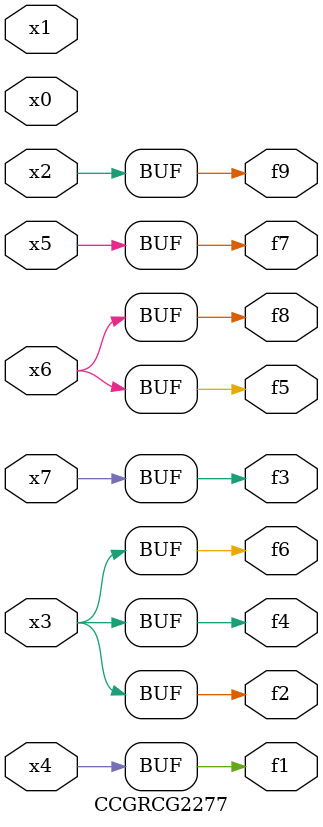
<source format=v>
module CCGRCG2277(
	input x0, x1, x2, x3, x4, x5, x6, x7,
	output f1, f2, f3, f4, f5, f6, f7, f8, f9
);
	assign f1 = x4;
	assign f2 = x3;
	assign f3 = x7;
	assign f4 = x3;
	assign f5 = x6;
	assign f6 = x3;
	assign f7 = x5;
	assign f8 = x6;
	assign f9 = x2;
endmodule

</source>
